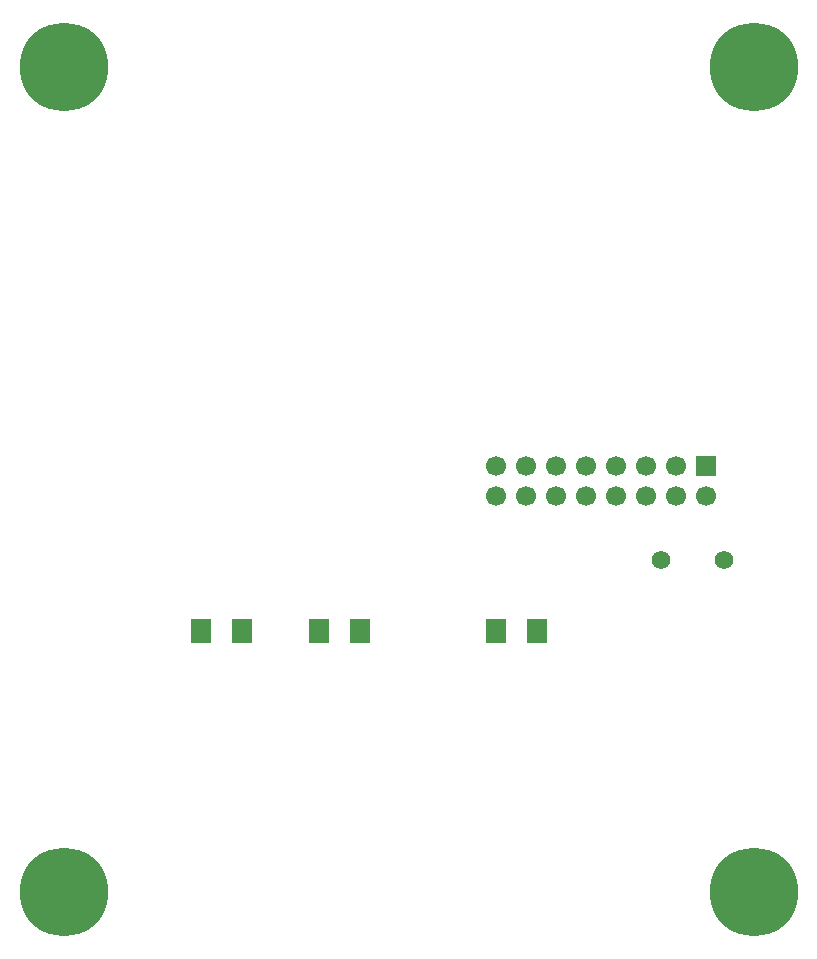
<source format=gbr>
%TF.GenerationSoftware,KiCad,Pcbnew,9.0.3-9.0.3-0~ubuntu24.04.1*%
%TF.CreationDate,2025-08-25T07:49:16-04:00*%
%TF.ProjectId,optical-carrier,6f707469-6361-46c2-9d63-617272696572,rev?*%
%TF.SameCoordinates,Original*%
%TF.FileFunction,Soldermask,Top*%
%TF.FilePolarity,Negative*%
%FSLAX46Y46*%
G04 Gerber Fmt 4.6, Leading zero omitted, Abs format (unit mm)*
G04 Created by KiCad (PCBNEW 9.0.3-9.0.3-0~ubuntu24.04.1) date 2025-08-25 07:49:16*
%MOMM*%
%LPD*%
G01*
G04 APERTURE LIST*
%ADD10R,1.700000X2.000000*%
%ADD11C,7.500000*%
%ADD12C,1.574800*%
%ADD13R,1.700000X1.700000*%
%ADD14C,1.700000*%
G04 APERTURE END LIST*
D10*
%TO.C,D3*%
X215364000Y-108712000D03*
X211864000Y-108712000D03*
%TD*%
%TO.C,D2*%
X200378000Y-108712000D03*
X196878000Y-108712000D03*
%TD*%
D11*
%TO.C,H4*%
X233676000Y-130817000D03*
%TD*%
%TO.C,H1*%
X175256000Y-60967000D03*
%TD*%
%TO.C,H3*%
X175256000Y-130817000D03*
%TD*%
D10*
%TO.C,D1*%
X190345000Y-108712000D03*
X186845000Y-108712000D03*
%TD*%
D11*
%TO.C,H2*%
X233676000Y-60967000D03*
%TD*%
D12*
%TO.C,D4*%
X231154500Y-102757500D03*
X225820500Y-102757500D03*
%TD*%
D13*
%TO.C,J1*%
X229616000Y-94742000D03*
D14*
X229616000Y-97282000D03*
X227076000Y-94742000D03*
X227076000Y-97282000D03*
X224536000Y-94742000D03*
X224536000Y-97282000D03*
X221996000Y-94742000D03*
X221996000Y-97282000D03*
X219456000Y-94742000D03*
X219456000Y-97282000D03*
X216916000Y-94742000D03*
X216916000Y-97282000D03*
X214376000Y-94742000D03*
X214376000Y-97282000D03*
X211836000Y-94742000D03*
X211836000Y-97282000D03*
%TD*%
M02*

</source>
